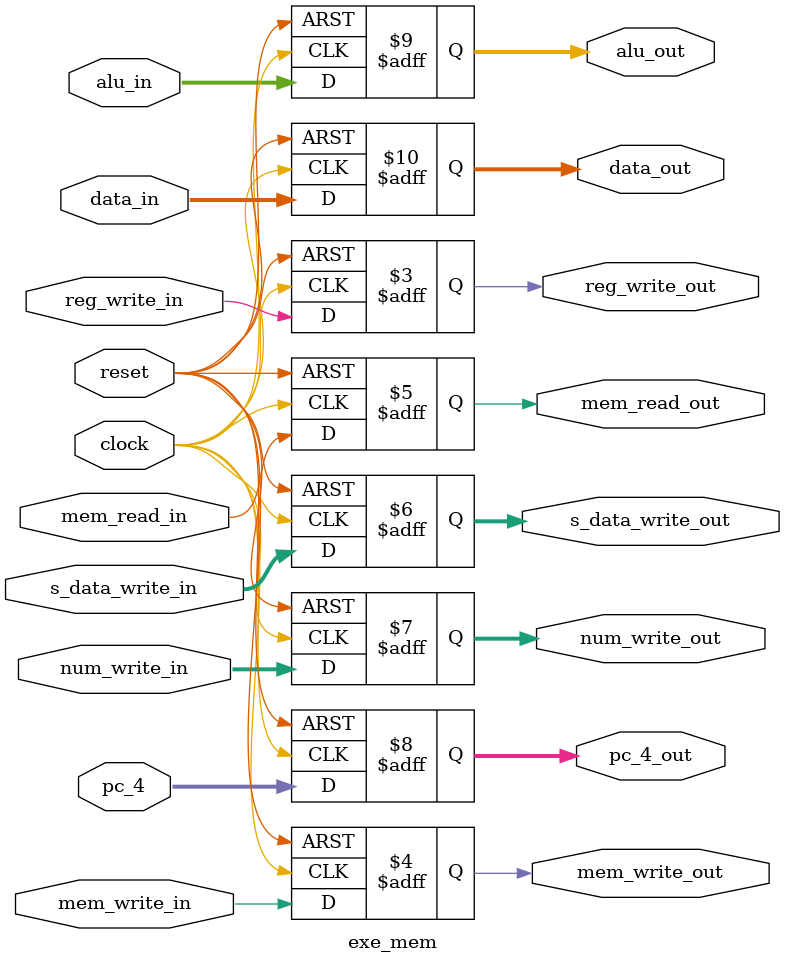
<source format=v>
module exe_mem (
                input clock,
                input reset,
                input [31:0] pc_4,
                input [31:0] alu_in,
                input [31:0] data_in,
                input [1:0] s_data_write_in,
                input mem_write_in,
                input reg_write_in,
                input  mem_read_in,
                input [4:0] num_write_in,
                output reg reg_write_out,
                output reg mem_write_out,
                output reg mem_read_out,
                output reg [1:0] s_data_write_out,
                output reg [4:0] num_write_out,
                output reg [31:0] pc_4_out,
                output reg [31:0] alu_out,
                output reg [31:0] data_out
                );



    always@(posedge clock,negedge reset)
        if (!reset)
        begin
            pc_4_out      = {32{1'b0}};
            alu_out       = {32{1'b0}};
            data_out      = {32{1'b0}};
            num_write_out = {5{1'b0}};
            mem_read_out=0;
            mem_write_out=0;
            reg_write_out=0;
            s_data_write_out=2'b00;
        end
        else
        begin
            mem_read_out<=mem_read_in;
            reg_write_out<=reg_write_in;
            s_data_write_out<=s_data_write_in;
            mem_write_out<=mem_write_in;
            pc_4_out      <= pc_4;
            alu_out       <= alu_in;
            data_out      <= data_in;
            num_write_out <= num_write_in;
        end
    
endmodule //exe_mem

</source>
